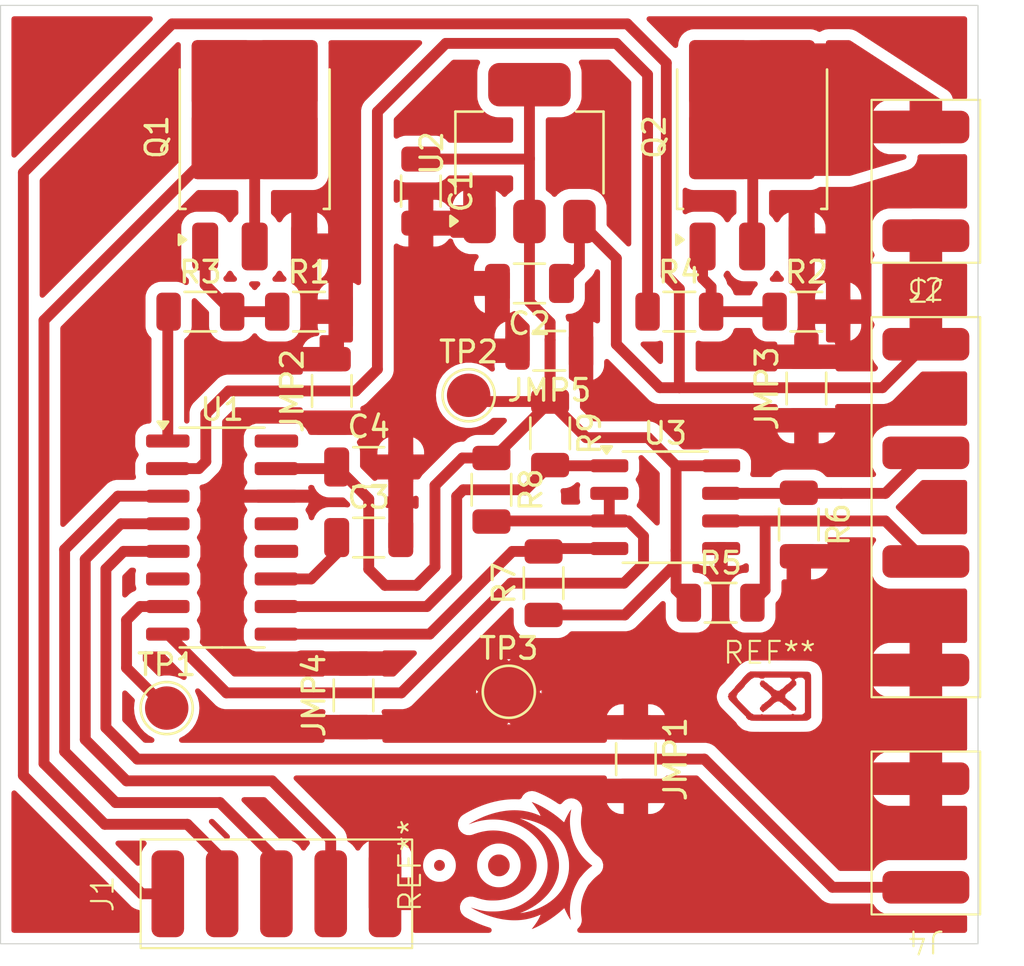
<source format=kicad_pcb>
(kicad_pcb (version 20240108) (generator "pcbnew") (generator_version "8.0")
  (layers (0 "F.Cu" signal) (31 "B.Cu" signal) (34 "B.Paste" user) (35 "F.Paste" user) (36 "B.SilkS" user "B.Silkscreen") (37 "F.SilkS" user "F.Silkscreen") (38 "B.Mask" user) (39 "F.Mask" user) (44 "Edge.Cuts" user))
  (net 0 "")
  (net 1 "GND")
  (net 2 "+5V")
  (net 3 "+12V")
  (net 4 "Net-(U1-PD7)")
  (net 5 "SWITCH")
  (net 6 "BUTTON")
  (net 7 "LIGHT_OUT")
  (net 8 "B")
  (net 9 "A")
  (net 10 "AUX_INPUT_1")
  (net 11 "Net-(Q1-G)")
  (net 12 "FRESHNER_OUT")
  (net 13 "Net-(Q2-G)")
  (net 14 "LIGHT")
  (net 15 "FRESHNER")
  (net 16 "TX")
  (net 17 "DIR")
  (net 18 "RX")
  (net 23 "SWIO")
  (net 24 "GND3")
  (net 25 "GND1")
  (net 26 "GND2")
  (net 27 "GND4")
  (net 28 "GND5")
  (footprint "Resistor_SMD:R_1206_3216Metric" (layer "F.Cu") (at 125.55 91.9)
    (property "Reference" "R5")
    (property "Value" "10k")
  )
  (footprint "TestPoint:TestPoint_Pad_D2.0mm" (layer "F.Cu") (at 113.95 82.35)
    (property "Reference" "TP2")
    (property "Value" "+5V")
  )
  (footprint "Resistor_SMD:R_1206_3216Metric" (layer "F.Cu") (at 108.65 96.1625 90)
    (property "Reference" "JMP4")
    (property "Value" "0")
  )
  (footprint "Resistor_SMD:R_1206_3216Metric" (layer "F.Cu") (at 129.5 82.0375 90)
    (property "Reference" "JMP3")
    (property "Value" "0")
  )
  (footprint "Resistor_SMD:R_1206_3216Metric" (layer "F.Cu") (at 121.65 99.1 -90)
    (property "Reference" "JMP1")
    (property "Value" "0")
  )
  (footprint "Capacitor_SMD:C_1206_3216Metric" (layer "F.Cu") (at 109.35 85.65)
    (property "Reference" "C4")
    (property "Value" "2.2uF")
  )
  (footprint "Resistor_SMD:R_1206_3216Metric" (layer "F.Cu") (at 106.6 78.5)
    (property "Reference" "R1")
    (property "Value" "10k")
  )
  (footprint "Resistor_SMD:R_1206_3216Metric" (layer "F.Cu") (at 117.7 84.1 -90)
    (property "Reference" "R9")
    (property "Value" "10k")
  )
  (footprint "TestPoint:TestPoint_Pad_D2.0mm" (layer "F.Cu") (at 100.05 96.75)
    (property "Reference" "TP1")
    (property "Value" "SWIO")
  )
  (footprint "Custom_Symbols:JST_XH_5_SMD" (layer "F.Cu") (at 105.1 105.3 90)
    (property "Reference" "J1")
    (property "Value" "Internal")
  )
  (footprint "Resistor_SMD:R_1206_3216Metric" (layer "F.Cu") (at 107.65 82.15 90)
    (property "Reference" "JMP2")
    (property "Value" "0")
  )
  (footprint "Resistor_SMD:R_1206_3216Metric" (layer "F.Cu") (at 115 86.7 -90)
    (property "Reference" "R8")
    (property "Value" "10k")
  )
  (footprint "Capacitor_SMD:C_1206_3216Metric" (layer "F.Cu") (at 116.75 77.2 180)
    (property "Reference" "C2")
    (property "Value" "2.2uF")
  )
  (footprint "Package_TO_SOT_SMD:TO-252-3_TabPin4" (layer "F.Cu") (at 127 70.46 90)
    (property "Reference" "Q2")
    (property "Value" "IRLR2905")
  )
  (footprint "Package_TO_SOT_SMD:TO-252-3_TabPin4" (layer "F.Cu") (at 104.1 70.46 90)
    (property "Reference" "Q1")
    (property "Value" "IRLR2905")
  )
  (footprint "Capacitor_SMD:C_1206_3216Metric" (layer "F.Cu") (at 111.75 72.95 -90)
    (property "Reference" "C1")
    (property "Value" "2.2uF")
  )
  (footprint "TestPoint:TestPoint_Pad_D2.0mm" (layer "F.Cu") (at 115.8 96)
    (property "Reference" "TP3")
    (property "Value" "GND")
  )
  (footprint "Capacitor_SMD:C_1206_3216Metric" (layer "F.Cu") (at 109.35 88.9)
    (property "Reference" "C3")
    (property "Value" "0.1uF")
  )
  (footprint "Custom_Symbols:Terminal_2_SMD" (layer "F.Cu") (at 135 102.5 180)
    (property "Reference" "J4")
    (property "Value" "Aux Input 1")
  )
  (footprint "Resistor_SMD:R_1206_3216Metric" (layer "F.Cu") (at 117.4 91 90)
    (property "Reference" "R7")
    (property "Value" "10k")
  )
  (footprint "Logos:0x08" (layer "F.Cu") (at 127.8 96.2)
    (property "Reference" "REF**")
    (property "Value" "0x08")
  )
  (footprint "Package_TO_SOT_SMD:SOT-223-3_TabPin2" (layer "F.Cu") (at 116.75 71.2 90)
    (property "Reference" "U2")
    (property "Value" "AMS1117-5.0")
  )
  (footprint "Resistor_SMD:R_1206_3216Metric" (layer "F.Cu") (at 129.5 78.5)
    (property "Reference" "R2")
    (property "Value" "10k")
  )
  (footprint "Resistor_SMD:R_1206_3216Metric" (layer "F.Cu") (at 129.15 88.3 -90)
    (property "Reference" "R6")
    (property "Value" "10k")
  )
  (footprint "Custom_Symbols:Terminal_2_SMD" (layer "F.Cu") (at 135 72.5 180)
    (property "Reference" "J3")
    (property "Value" "Freshner")
  )
  (footprint "Resistor_SMD:R_1206_3216Metric" (layer "F.Cu") (at 117.6625 80.3 180)
    (property "Reference" "JMP5")
    (property "Value" "0")
  )
  (footprint "Resistor_SMD:R_1206_3216Metric" (layer "F.Cu") (at 123.65 78.5)
    (property "Reference" "R4")
    (property "Value" "330")
  )
  (footprint "Custom_Symbols:Terminal_4_SMD" (layer "F.Cu") (at 135 87.5)
    (property "Reference" "J2")
    (property "Value" "Modbus")
  )
  (footprint "Resistor_SMD:R_1206_3216Metric" (layer "F.Cu") (at 101.6 78.5)
    (property "Reference" "R3")
    (property "Value" "330")
  )
  (footprint "Logos:chernoburkv" (layer "F.Cu") (at 116 104 90)
    (property "Reference" "REF**")
    (property "Value" "chernoburkv")
  )
  (footprint "Package_SO:SO-8_3.9x4.9mm_P1.27mm" (layer "F.Cu") (at 123 87.5)
    (property "Reference" "U3")
    (property "Value" "MAX485E")
  )
  (footprint "Package_SO:SOP-16_3.9x9.9mm_P1.27mm" (layer "F.Cu") (at 102.6 88.9)
    (property "Reference" "U1")
    (property "Value" "CH32V003A4M6")
  )
  (gr_rect (start 92.4 64.4) (end 137.4 107.6) (stroke (width 0.05)) (fill none) (layer "Edge.Cuts"))
  (segment (start 119.3625 84.3) (end 122.205 84.3) (width 0.5) (layer "F.Cu") (net 2))
  (segment (start 112.4 90.25) (end 112.4 86.5) (width 0.5) (layer "F.Cu") (net 2))
  (segment (start 105.1 85.725) (end 107.8 85.725) (width 0.5) (layer "F.Cu") (net 2))
  (segment (start 122.205 84.3) (end 123.5 85.595) (width 0.5) (layer "F.Cu") (net 2))
  (segment (start 117.7 79.8) (end 117.7025 79.7975) (width 0.5) (layer "F.Cu") (net 2))
  (segment (start 116.75 68.05) (end 116.75 71.45) (width 0.5) (layer "F.Cu") (net 2))
  (segment (start 123.5 89.5) (end 123.5 85.595) (width 0.5) (layer "F.Cu") (net 2))
  (segment (start 115 85.2375) (end 115.1 85.2375) (width 0.5) (layer "F.Cu") (net 2))
  (segment (start 123.5 90.1) (end 123.5 91.3125) (width 0.5) (layer "F.Cu") (net 2))
  (segment (start 111.55 91.1) (end 112.4 90.25) (width 0.5) (layer "F.Cu") (net 2))
  (segment (start 111.75 71.475) (end 116.725 71.475) (width 0.5) (layer "F.Cu") (net 2))
  (segment (start 115.1 85.2375) (end 117.7 82.6375) (width 0.5) (layer "F.Cu") (net 2))
  (segment (start 107.8 85.725) (end 107.875 85.65) (width 0.5) (layer "F.Cu") (net 2))
  (segment (start 117.7 82.6375) (end 114.2375 82.6375) (width 0.5) (layer "F.Cu") (net 2))
  (segment (start 117.7025 79.7975) (end 117.7025 82.64) (width 0.5) (layer "F.Cu") (net 2))
  (segment (start 123.5 90.1) (end 123.5 89.5) (width 0.5) (layer "F.Cu") (net 2))
  (segment (start 110.1 91.1) (end 111.55 91.1) (width 0.5) (layer "F.Cu") (net 2))
  (segment (start 114.2375 82.6375) (end 113.95 82.35) (width 0.5) (layer "F.Cu") (net 2))
  (segment (start 109.35 90.35) (end 110.1 91.1) (width 0.5) (layer "F.Cu") (net 2))
  (segment (start 109.35 87.125) (end 109.35 90.35) (width 0.5) (layer "F.Cu") (net 2))
  (segment (start 117.4 92.4625) (end 121.1375 92.4625) (width 0.5) (layer "F.Cu") (net 2))
  (segment (start 117.7025 82.64) (end 119.3625 84.3) (width 0.5) (layer "F.Cu") (net 2))
  (segment (start 113.6625 85.2375) (end 115 85.2375) (width 0.5) (layer "F.Cu") (net 2))
  (segment (start 116.75 71.45) (end 116.75 74.35) (width 0.5) (layer "F.Cu") (net 2))
  (segment (start 116.75 74.35) (end 116.75 78.05) (width 0.5) (layer "F.Cu") (net 2))
  (segment (start 123.5 85.595) (end 125.575 85.595) (width 0.5) (layer "F.Cu") (net 2))
  (segment (start 112.4 86.5) (end 113.6625 85.2375) (width 0.5) (layer "F.Cu") (net 2))
  (segment (start 121.1375 92.4625) (end 123.5 90.1) (width 0.5) (layer "F.Cu") (net 2))
  (segment (start 116.75 78.05) (end 117.7025 79.0025) (width 0.5) (layer "F.Cu") (net 2))
  (segment (start 123.5 91.3125) (end 124.0875 91.9) (width 0.5) (layer "F.Cu") (net 2))
  (segment (start 117.7025 79.0025) (end 117.7025 79.7975) (width 0.5) (layer "F.Cu") (net 2))
  (segment (start 107.875 85.65) (end 109.35 87.125) (width 0.5) (layer "F.Cu") (net 2))
  (segment (start 117.7 82.6375) (end 117.7 79.8) (width 0.5) (layer "F.Cu") (net 2))
  (segment (start 116.725 71.475) (end 116.75 71.45) (width 0.5) (layer "F.Cu") (net 2))
  (segment (start 98.9 105.3) (end 100.1 105.3) (width 0.5) (layer "F.Cu") (net 3))
  (segment (start 135 80) (end 133 82) (width 0.5) (layer "F.Cu") (net 3))
  (segment (start 121.25 65.25) (end 100.3 65.25) (width 0.5) (layer "F.Cu") (net 3))
  (segment (start 93.45 99.85) (end 98.9 105.3) (width 0.5) (layer "F.Cu") (net 3))
  (segment (start 133 82) (end 123.65 82) (width 0.5) (layer "F.Cu") (net 3))
  (segment (start 120.75 76.05) (end 119.05 74.35) (width 0.5) (layer "F.Cu") (net 3))
  (segment (start 123.05 76.85) (end 123.05 67.05) (width 0.5) (layer "F.Cu") (net 3))
  (segment (start 93.45 72.1) (end 93.45 99.85) (width 0.5) (layer "F.Cu") (net 3))
  (segment (start 119.05 76.375) (end 118.225 77.2) (width 0.5) (layer "F.Cu") (net 3))
  (segment (start 123.65 82) (end 122.75 82) (width 0.5) (layer "F.Cu") (net 3))
  (segment (start 123.65 82) (end 123.65 77.45) (width 0.5) (layer "F.Cu") (net 3))
  (segment (start 122.75 82) (end 120.75 80) (width 0.5) (layer "F.Cu") (net 3))
  (segment (start 120.75 80) (end 120.75 76.05) (width 0.5) (layer "F.Cu") (net 3))
  (segment (start 123.05 67.05) (end 121.25 65.25) (width 0.5) (layer "F.Cu") (net 3))
  (segment (start 119.05 74.35) (end 119.05 76.375) (width 0.5) (layer "F.Cu") (net 3))
  (segment (start 123.65 77.45) (end 123.05 76.85) (width 0.5) (layer "F.Cu") (net 3))
  (segment (start 100.3 65.25) (end 93.45 72.1) (width 0.5) (layer "F.Cu") (net 3))
  (segment (start 107.875 89.625) (end 107.875 88.9) (width 0.5) (layer "F.Cu") (net 4))
  (segment (start 105.1 90.805) (end 106.695 90.805) (width 0.5) (layer "F.Cu") (net 4))
  (segment (start 106.695 90.805) (end 107.875 89.625) (width 0.5) (layer "F.Cu") (net 4))
  (segment (start 96.3 89.9) (end 97.935 88.265) (width 0.5) (layer "F.Cu") (net 5))
  (segment (start 98.2 100.1) (end 96.3 98.2) (width 0.5) (layer "F.Cu") (net 5))
  (segment (start 107.6 103.7) (end 107.6 102.8) (width 0.5) (layer "F.Cu") (net 5))
  (segment (start 96.3 98.2) (end 96.3 89.9) (width 0.5) (layer "F.Cu") (net 5))
  (segment (start 104.9 100.1) (end 98.2 100.1) (width 0.5) (layer "F.Cu") (net 5))
  (segment (start 97.935 88.265) (end 100.1 88.265) (width 0.5) (layer "F.Cu") (net 5))
  (segment (start 107.6 102.8) (end 104.9 100.1) (width 0.5) (layer "F.Cu") (net 5))
  (segment (start 100.1 86.995) (end 97.805 86.995) (width 0.5) (layer "F.Cu") (net 6))
  (segment (start 102.5 101.1) (end 105.1 103.7) (width 0.5) (layer "F.Cu") (net 6))
  (segment (start 95.35 98.75) (end 97.7 101.1) (width 0.5) (layer "F.Cu") (net 6))
  (segment (start 97.805 86.995) (end 95.35 89.45) (width 0.5) (layer "F.Cu") (net 6))
  (segment (start 95.35 89.45) (end 95.35 98.75) (width 0.5) (layer "F.Cu") (net 6))
  (segment (start 97.7 101.1) (end 102.5 101.1) (width 0.5) (layer "F.Cu") (net 6))
  (segment (start 97.2 102.1) (end 94.4 99.3) (width 0.5) (layer "F.Cu") (net 7))
  (segment (start 94.4 99.3) (end 94.4 78.9) (width 0.5) (layer "F.Cu") (net 7))
  (segment (start 104.1 75.5) (end 104.1 69.2) (width 0.5) (layer "F.Cu") (net 7))
  (segment (start 94.4 78.9) (end 104.1 69.2) (width 0.5) (layer "F.Cu") (net 7))
  (segment (start 101 102.1) (end 97.2 102.1) (width 0.5) (layer "F.Cu") (net 7))
  (segment (start 102.6 103.7) (end 101 102.1) (width 0.5) (layer "F.Cu") (net 7))
  (segment (start 135 85) (end 133.135 86.865) (width 0.5) (layer "F.Cu") (net 8))
  (segment (start 131.1 86.865) (end 125.575 86.865) (width 0.5) (layer "F.Cu") (net 8))
  (segment (start 133.135 86.865) (end 131.1 86.865) (width 0.5) (layer "F.Cu") (net 8))
  (segment (start 127.6 91.3125) (end 127.6 88.135) (width 0.5) (layer "F.Cu") (net 9))
  (segment (start 131 88.135) (end 125.575 88.135) (width 0.5) (layer "F.Cu") (net 9))
  (segment (start 135 90) (end 133.135 88.135) (width 0.5) (layer "F.Cu") (net 9))
  (segment (start 127.0125 91.9) (end 127.6 91.3125) (width 0.5) (layer "F.Cu") (net 9))
  (segment (start 127.6 88.135) (end 131 88.135) (width 0.5) (layer "F.Cu") (net 9))
  (segment (start 133.135 88.135) (end 131 88.135) (width 0.5) (layer "F.Cu") (net 9))
  (segment (start 97.25 90.35) (end 97.25 97.65) (width 0.5) (layer "F.Cu") (net 10))
  (segment (start 98.7 99.1) (end 124.8 99.1) (width 0.5) (layer "F.Cu") (net 10))
  (segment (start 98.065 89.535) (end 97.25 90.35) (width 0.5) (layer "F.Cu") (net 10))
  (segment (start 124.8 99.1) (end 130.7 105) (width 0.5) (layer "F.Cu") (net 10))
  (segment (start 130.7 105) (end 135 105) (width 0.5) (layer "F.Cu") (net 10))
  (segment (start 97.25 97.65) (end 98.7 99.1) (width 0.5) (layer "F.Cu") (net 10))
  (segment (start 100.1 89.535) (end 98.065 89.535) (width 0.5) (layer "F.Cu") (net 10))
  (segment (start 101.82 77.2575) (end 103.0625 78.5) (width 0.5) (layer "F.Cu") (net 11))
  (segment (start 105.1375 78.5) (end 103.0625 78.5) (width 0.5) (layer "F.Cu") (net 11))
  (segment (start 101.82 75.5) (end 101.82 77.2575) (width 0.5) (layer "F.Cu") (net 11))
  (segment (start 127.83 70) (end 127.03 69.2) (width 0.5) (layer "F.Cu") (net 12))
  (segment (start 127.03 75.5) (end 127.03 69.2) (width 0.5) (layer "F.Cu") (net 12))
  (segment (start 125.1125 77.3625) (end 124.72 76.97) (width 0.5) (layer "F.Cu") (net 13))
  (segment (start 124.72 76.97) (end 124.72 75.5) (width 0.5) (layer "F.Cu") (net 13))
  (segment (start 128.0175 78.5) (end 125.1125 78.5) (width 0.5) (layer "F.Cu") (net 13))
  (segment (start 125.1125 78.5) (end 125.1125 77.3625) (width 0.5) (layer "F.Cu") (net 13))
  (segment (start 100.1 78.5375) (end 100.1375 78.5) (width 0.5) (layer "F.Cu") (net 14))
  (segment (start 100.1 84.455) (end 100.1 78.5375) (width 0.5) (layer "F.Cu") (net 14))
  (segment (start 101.85 83.2) (end 101.85 85.4) (width 0.5) (layer "F.Cu") (net 15))
  (segment (start 120.75 66.15) (end 112.9 66.15) (width 0.5) (layer "F.Cu") (net 15))
  (segment (start 101.85 85.4) (end 101.525 85.725) (width 0.5) (layer "F.Cu") (net 15))
  (segment (start 122.1875 78.5) (end 122.1875 67.5875) (width 0.5) (layer "F.Cu") (net 15))
  (segment (start 109.75 69.3) (end 109.75 81.15) (width 0.5) (layer "F.Cu") (net 15))
  (segment (start 108.75 82.15) (end 102.9 82.15) (width 0.5) (layer "F.Cu") (net 15))
  (segment (start 102.9 82.15) (end 101.85 83.2) (width 0.5) (layer "F.Cu") (net 15))
  (segment (start 101.525 85.725) (end 100.1 85.725) (width 0.5) (layer "F.Cu") (net 15))
  (segment (start 109.75 81.15) (end 108.75 82.15) (width 0.5) (layer "F.Cu") (net 15))
  (segment (start 112.9 66.15) (end 109.75 69.3) (width 0.5) (layer "F.Cu") (net 15))
  (segment (start 122.1875 67.5875) (end 120.75 66.15) (width 0.5) (layer "F.Cu") (net 15))
  (segment (start 105.1 93.345) (end 112.155 93.345) (width 0.5) (layer "F.Cu") (net 16))
  (segment (start 115.9625 89.5375) (end 117.4 89.5375) (width 0.5) (layer "F.Cu") (net 16))
  (segment (start 117.5325 89.405) (end 117.4 89.5375) (width 0.5) (layer "F.Cu") (net 16))
  (segment (start 120.425 89.405) (end 117.5325 89.405) (width 0.5) (layer "F.Cu") (net 16))
  (segment (start 112.155 93.345) (end 115.9625 89.5375) (width 0.5) (layer "F.Cu") (net 16))
  (segment (start 122 90.1) (end 121.1 91) (width 0.5) (layer "F.Cu") (net 17))
  (segment (start 100.1 93.35) (end 100.1 93.345) (width 0.5) (layer "F.Cu") (net 17))
  (segment (start 120.425 88.135) (end 121.299999 88.135) (width 0.5) (layer "F.Cu") (net 17))
  (segment (start 110.85 96.05) (end 102.8 96.05) (width 0.5) (layer "F.Cu") (net 17))
  (segment (start 121.1 91) (end 115.9 91) (width 0.5) (layer "F.Cu") (net 17))
  (segment (start 115.0275 88.135) (end 115 88.1625) (width 0.5) (layer "F.Cu") (net 17))
  (segment (start 120.425 86.865) (end 120.425 88.135) (width 0.5) (layer "F.Cu") (net 17))
  (segment (start 115.9 91) (end 110.85 96.05) (width 0.5) (layer "F.Cu") (net 17))
  (segment (start 122 88.835001) (end 122 90.1) (width 0.5) (layer "F.Cu") (net 17))
  (segment (start 121.299999 88.135) (end 122 88.835001) (width 0.5) (layer "F.Cu") (net 17))
  (segment (start 120.425 88.135) (end 115.0275 88.135) (width 0.5) (layer "F.Cu") (net 17))
  (segment (start 102.8 96.05) (end 100.1 93.35) (width 0.5) (layer "F.Cu") (net 17))
  (segment (start 113.7 86.7) (end 116.5625 86.7) (width 0.5) (layer "F.Cu") (net 18))
  (segment (start 120.425 85.595) (end 117.7325 85.595) (width 0.5) (layer "F.Cu") (net 18))
  (segment (start 113.4 90.7) (end 113.4 87) (width 0.5) (layer "F.Cu") (net 18))
  (segment (start 113.4 87) (end 113.7 86.7) (width 0.5) (layer "F.Cu") (net 18))
  (segment (start 116.5625 86.7) (end 117.7 85.5625) (width 0.5) (layer "F.Cu") (net 18))
  (segment (start 112.025 92.075) (end 113.4 90.7) (width 0.5) (layer "F.Cu") (net 18))
  (segment (start 117.7325 85.595) (end 117.7 85.5625) (width 0.5) (layer "F.Cu") (net 18))
  (segment (start 105.1 92.075) (end 112.025 92.075) (width 0.5) (layer "F.Cu") (net 18))
  (segment (start 98.2 92.7) (end 98.2 94.9) (width 0.5) (layer "F.Cu") (net 23))
  (segment (start 98.2 94.9) (end 100.05 96.75) (width 0.5) (layer "F.Cu") (net 23))
  (segment (start 98.825 92.075) (end 98.2 92.7) (width 0.5) (layer "F.Cu") (net 23))
  (segment (start 100.1 92.075) (end 98.825 92.075) (width 0.5) (layer "F.Cu") (net 23))
  (zone (net 12) (net_name "FRESHNER_OUT") (layer "F.Cu") (priority 10) (connect_pads (clearance 0.5)) (min_thickness 0.25) (fill yes (thermal_gap 0.5) (thermal_bridge_width 5))
    (polygon (pts (xy 128.75 72.25) (xy 131.5 72.25) (xy 136.5 70.75) (xy 136.5 69.25) (xy 131.5 66) (xy 128.75 66)))
  )
  (zone (net 27) (net_name "GND4") (layer "F.Cu") (priority 4) (connect_pads (clearance 0.5)) (min_thickness 0.25) (fill yes (thermal_gap 0.5) (thermal_bridge_width 5))
    (polygon (pts (xy 117.7 79) (xy 116.75 78.05) (xy 116.75 71.45) (xy 109.75 71.45) (xy 109.75 81.15) (xy 108.75 82.15) (xy 102.9 82.15) (xy 101.85 83.2) (xy 101.85 85.4) (xy 101.55 85.7) (xy 100.05 85.7) (xy 100.05 93.35) (xy 102.8 96.05) (xy 110.9 96.05) (xy 115.95 91) (xy 117.7 91)))
  )
  (zone (net 28) (net_name "GND5") (layer "F.Cu") (priority 4) (connect_pads (clearance 0.5)) (min_thickness 0.25) (fill yes (thermal_gap 0.5) (thermal_bridge_width 5))
    (polygon (pts (xy 137.2 84.05) (xy 133.3 84.05) (xy 133.3 86.15) (xy 123.5 86.15) (xy 123.5 85.55) (xy 122.25 84.3) (xy 119.4 84.3) (xy 117.65 82.55) (xy 117.7 79) (xy 116.75 78.05) (xy 116.75 75.8) (xy 120.6 75.8) (xy 120.75 76.05) (xy 120.75 80) (xy 122.7 81.95) (xy 133 81.95) (xy 135.1 79.85) (xy 137.2 79.85)))
  )
  (zone (net 26) (net_name "GND2") (layer "F.Cu") (priority 4) (connect_pads (clearance 0.5)) (min_thickness 0.25) (fill yes (thermal_gap 0.5) (thermal_bridge_width 5) (island_removal_mode 1) (island_area_min 10))
    (polygon (pts (xy 137.2 79.85) (xy 135.1 79.85) (xy 133 81.95) (xy 130.425 82) (xy 123.65 82) (xy 123.65 65.75) (xy 130.45 65.75) (xy 130.45 72.25) (xy 137.2 70.5)))
  )
  (zone (net 24) (net_name "GND3") (layer "F.Cu") (priority 3) (connect_pads (clearance 0.5)) (min_thickness 0.25) (fill yes (thermal_gap 0.5) (thermal_bridge_width 5))
    (polygon (pts (xy 137.2 107.4) (xy 107.55 107.4) (xy 107.55 102.75) (xy 104.85 100.1) (xy 104.85 99.1) (xy 124.8 99.1) (xy 130.7 105) (xy 137.2 105)))
  )
  (zone (net 1) (net_name "GND") (layer "F.Cu") (priority 1) (connect_pads (clearance 0.5)) (min_thickness 0.25) (fill yes (thermal_gap 0.5) (thermal_bridge_width 5) (island_removal_mode 1) (island_area_min 10))
    (polygon (pts (xy 137.2 107.4) (xy 92.6 107.4) (xy 92.6 64.6) (xy 137.2 64.6)))
  )
  (zone (net 3) (net_name "+12V") (layer "F.Cu") (priority 10) (connect_pads (clearance 0.5)) (min_thickness 0.25) (fill yes (thermal_gap 0.5) (thermal_bridge_width 5))
    (polygon (pts (xy 133 80.75) (xy 133 74.25) (xy 137 74.25) (xy 137 80.75)))
  )
  (zone (net 25) (net_name "GND1") (layer "F.Cu") (priority 3) (connect_pads (clearance 0.5)) (min_thickness 0.25) (fill yes (thermal_gap 0.5) (thermal_bridge_width 5) (island_removal_mode 1) (island_area_min 10))
    (polygon (pts (xy 100.1 84.45) (xy 100.1 77.35) (xy 103.05 77.4) (xy 104.15 77.4) (xy 104.15 75.55) (xy 104.2 65.75) (xy 113 65.75) (xy 113 66.15) (xy 109.75 69.3) (xy 109.75 81.15) (xy 108.75 82.15) (xy 102.9 82.15) (xy 101.85 83.2) (xy 101.85 84.45)))
  )
)
</source>
